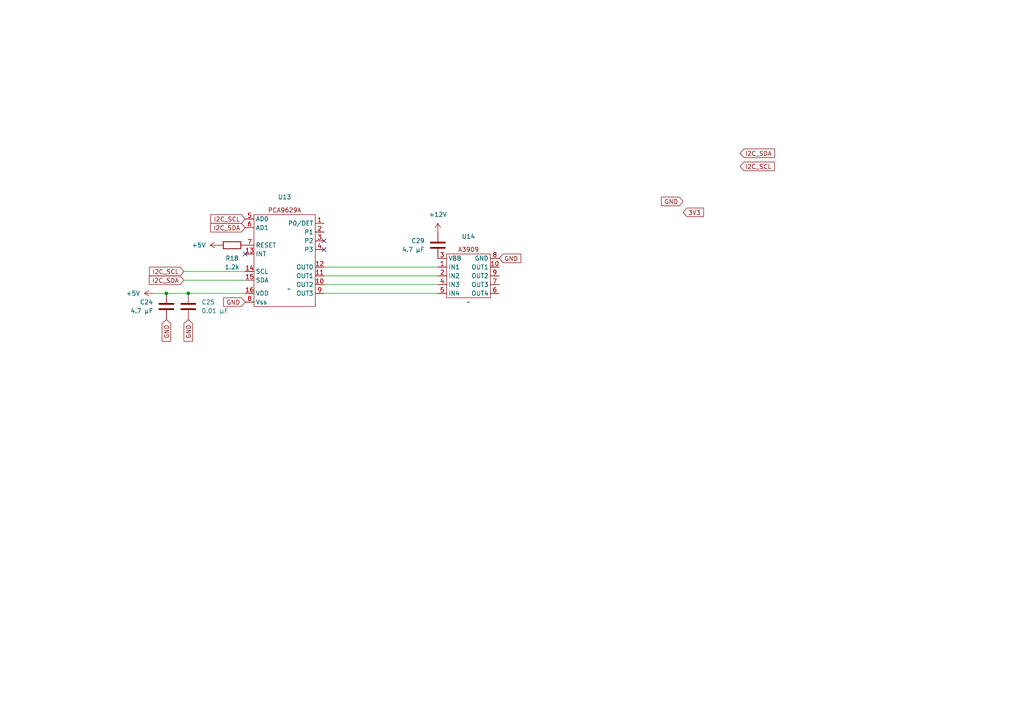
<source format=kicad_sch>
(kicad_sch (version 20230121) (generator eeschema)
  (paper "A4")
  (lib_symbols
    (symbol "Device:C" (pin_numbers hide) (pin_names (offset 0.254))
      (property "Reference" "C" (at 0.635 2.54 0))
      (property "Value" "C" (at 0.635 -2.54 0))
      (symbol "C_0_1"
        (polyline (pts (xy -2.032 -0.762) (xy 2.032 -0.762)) (stroke (width 0.508)))
        (polyline (pts (xy -2.032 0.762) (xy 2.032 0.762)) (stroke (width 0.508)))
      )
      (symbol "C_1_1"
        (pin passive line (at 0 3.81 270) (length 2.794) (name "~") (number "1"))
        (pin passive line (at 0 -3.81 90) (length 2.794) (name "~") (number "2"))
      )
    )
    (symbol "Device:R" (pin_numbers hide) (pin_names (offset 0))
      (property "Reference" "R" (at 2.032 0 90))
      (property "Value" "R" (at 0 0 90))
      (symbol "R_0_1"
        (rectangle (start -1.016 -2.54) (end 1.016 2.54) (stroke (width 0.254)))
      )
      (symbol "R_1_1"
        (pin passive line (at 0 3.81 270) (length 1.27) (name "~") (number "1"))
        (pin passive line (at 0 -3.81 90) (length 1.27) (name "~") (number "2"))
      )
    )
    (symbol "power:+12V" (power) (pin_names (offset 0))
      (property "Value" "+12V" (at 0 3.556 0))
      (symbol "+12V_0_1"
        (polyline (pts (xy -0.762 1.27) (xy 0 2.54)))
        (polyline (pts (xy 0 0) (xy 0 2.54)))
        (polyline (pts (xy 0 2.54) (xy 0.762 1.27)))
      )
      (symbol "+12V_1_1"
        (pin power_in line (at 0 0 90) (length 0) hide (name "+12V") (number "1"))
      )
    )
    (symbol "power:+5V" (power) (pin_names (offset 0))
      (property "Value" "+5V" (at 0 3.556 0))
      (symbol "+5V_0_1"
        (polyline (pts (xy -0.762 1.27) (xy 0 2.54)))
        (polyline (pts (xy 0 0) (xy 0 2.54)))
        (polyline (pts (xy 0 2.54) (xy 0.762 1.27)))
      )
      (symbol "+5V_1_1"
        (pin power_in line (at 0 0 90) (length 0) hide (name "+5V") (number "1"))
      )
    )
    (symbol "sensors:A3909"
      (property "Reference" "U" (at 0 0 0))
      (symbol "A3909_0_1"
        (rectangle (start -6.35 13.97) (end 6.35 1.27))
      )
      (symbol "A3909_1_1"
        (text "A3909" (at 0 15.24 0) (effects (font (size 1.27 1.27))))
        (pin input line (at -8.89 10.16 0) (length 2.54) (name "IN1") (number "1"))
        (pin output line (at 8.89 10.16 180) (length 2.54) (name "OUT1") (number "10"))
        (pin input line (at -8.89 7.62 0) (length 2.54) (name "IN2") (number "2"))
        (pin power_in line (at -8.89 12.7 0) (length 2.54) (name "VBB") (number "3"))
        (pin input line (at -8.89 5.08 0) (length 2.54) (name "IN3") (number "4"))
        (pin input line (at -8.89 2.54 0) (length 2.54) (name "IN4") (number "5"))
        (pin output line (at 8.89 2.54 180) (length 2.54) (name "OUT4") (number "6"))
        (pin output line (at 8.89 5.08 180) (length 2.54) (name "OUT3") (number "7"))
        (pin power_in line (at 8.89 12.7 180) (length 2.54) (name "GND") (number "8"))
        (pin output line (at 8.89 7.62 180) (length 2.54) (name "OUT2") (number "9"))
      )
    )
    (symbol "sensors:PCA9629A"
      (property "Reference" "U" (at 0 -2.54 0))
      (symbol "PCA9629A_0_1"
        (rectangle (start -8.89 26.67) (end 8.89 0))
      )
      (symbol "PCA9629A_1_1"
        (text "PCA9629A" (at 0 27.94 0) (effects (font (size 1.27 1.27))))
        (pin bidirectional line (at 11.43 24.13 180) (length 2.54) (name "P0/DET") (number "1"))
        (pin output line (at 11.43 6.35 180) (length 2.54) (name "OUT2") (number "10"))
        (pin output line (at 11.43 8.89 180) (length 2.54) (name "OUT1") (number "11"))
        (pin output line (at 11.43 11.43 180) (length 2.54) (name "OUT0") (number "12"))
        (pin output line (at -11.43 15.24 0) (length 2.54) (name "INT") (number "13"))
        (pin input line (at -11.43 10.16 0) (length 2.54) (name "SCL") (number "14"))
        (pin bidirectional line (at -11.43 7.62 0) (length 2.54) (name "SDA") (number "15"))
        (pin power_in line (at -11.43 3.81 0) (length 2.54) (name "VDD") (number "16"))
        (pin bidirectional line (at 11.43 21.59 180) (length 2.54) (name "P1") (number "2"))
        (pin bidirectional line (at 11.43 19.05 180) (length 2.54) (name "P2") (number "3"))
        (pin bidirectional line (at 11.43 16.51 180) (length 2.54) (name "P3") (number "4"))
        (pin input line (at -11.43 25.4 0) (length 2.54) (name "AD0") (number "5"))
        (pin input line (at -11.43 22.86 0) (length 2.54) (name "AD1") (number "6"))
        (pin input line (at -11.43 17.78 0) (length 2.54) (name "RESET") (number "7"))
        (pin power_in line (at -11.43 1.27 0) (length 2.54) (name "Vss") (number "8"))
        (pin output line (at 11.43 3.81 180) (length 2.54) (name "OUT3") (number "9"))
      )
    )
  )
  (junction (at 54.61 85.09))
  (junction (at 48.26 85.09))
  (no_connect (at 71.12 73.66))
  (no_connect (at 93.98 72.39))
  (no_connect (at 93.98 69.85))
  (wire (pts (xy 53.34 78.74) (xy 71.12 78.74)))
  (wire (pts (xy 48.26 85.09) (xy 54.61 85.09)))
  (wire (pts (xy 53.34 81.28) (xy 71.12 81.28)))
  (wire (pts (xy 44.45 85.09) (xy 48.26 85.09)))
  (wire (pts (xy 54.61 85.09) (xy 71.12 85.09)))
  (wire (pts (xy 93.98 80.01) (xy 127 80.01)))
  (wire (pts (xy 93.98 85.09) (xy 127 85.09)))
  (wire (pts (xy 93.98 82.55) (xy 127 82.55)))
  (wire (pts (xy 93.98 77.47) (xy 127 77.47)))
  (global_label "GND" (shape input) (at 71.12 87.63 180) (property "Intersheetrefs" "${INTERSHEET_REFS}" (effects hide)))
  (global_label "3V3" (shape input) (at 198.12 61.595 0) (property "Intersheetrefs" "${INTERSHEET_REFS}" (effects hide)))
  (global_label "I2C_SCL" (shape input) (at 214.63 48.26 0) (property "Intersheetrefs" "${INTERSHEET_REFS}" (effects hide)))
  (global_label "I2C_SDA" (shape input) (at 214.63 44.45 0) (property "Intersheetrefs" "${INTERSHEET_REFS}" (effects hide)))
  (global_label "I2C_SDA" (shape input) (at 53.34 81.28 180) (property "Intersheetrefs" "${INTERSHEET_REFS}" (effects hide)))
  (global_label "I2C_SCL" (shape input) (at 71.12 63.5 180) (property "Intersheetrefs" "${INTERSHEET_REFS}" (effects hide)))
  (global_label "I2C_SCL" (shape input) (at 53.34 78.74 180) (property "Intersheetrefs" "${INTERSHEET_REFS}" (effects hide)))
  (global_label "GND" (shape input) (at 144.78 74.93 0) (property "Intersheetrefs" "${INTERSHEET_REFS}" (effects hide)))
  (global_label "GND" (shape input) (at 48.26 92.71 270) (property "Intersheetrefs" "${INTERSHEET_REFS}" (effects hide)))
  (global_label "GND" (shape input) (at 54.61 92.71 270) (property "Intersheetrefs" "${INTERSHEET_REFS}" (effects hide)))
  (global_label "GND" (shape input) (at 198.12 58.42 180) (property "Intersheetrefs" "${INTERSHEET_REFS}" (effects hide)))
  (global_label "I2C_SDA" (shape input) (at 71.12 66.04 180) (property "Intersheetrefs" "${INTERSHEET_REFS}" (effects hide)))
  (symbol (lib_id "Device:C") (at 127 71.12 180) (unit 1)
    (property "Reference" "C29" (at 123.19 69.85 0) (effects (justify left)))
    (property "Value" "4.7 μF" (at 123.19 72.39 0) (effects (justify left)))
  )
  (symbol (lib_id "power:+5V") (at 63.5 71.12 90) (unit 1)
    (property "Reference" "#PWR026" (effects hide))
    (property "Value" "+5V" (at 59.69 71.12 90) (effects (justify left)))
  )
  (symbol (lib_id "power:+12V") (at 127 67.31 0) (unit 1)
    (property "Reference" "#PWR025" (effects hide))
    (property "Value" "+12V" (at 127 62.23 0))
  )
  (symbol (lib_id "Device:R") (at 67.31 71.12 90) (unit 1)
    (property "Reference" "R18" (at 67.31 74.93 90))
    (property "Value" "1.2k" (at 67.31 77.47 90))
  )
  (symbol (lib_id "Device:C") (at 48.26 88.9 0) (unit 1)
    (property "Reference" "C24" (at 44.45 87.63 0) (effects (justify right)))
    (property "Value" "4.7 μF" (at 44.45 90.17 0) (effects (justify right)))
  )
  (symbol (lib_id "power:+5V") (at 44.45 85.09 90) (unit 1)
    (property "Reference" "#PWR024" (effects hide))
    (property "Value" "+5V" (at 40.64 85.09 90) (effects (justify left)))
  )
  (symbol (lib_id "Device:C") (at 54.61 88.9 0) (unit 1)
    (property "Reference" "C25" (at 58.42 87.63 0) (effects (justify left)))
    (property "Value" "0.01 μF" (at 58.42 90.17 0) (effects (justify left)))
  )
  (symbol (lib_id "sensors:PCA9629A") (at 82.55 88.9 0) (unit 1)
    (property "Reference" "U13" (at 82.55 57.15 0))
    (property "Value" "~" (at 83.82 83.82 0))
  )
  (symbol (lib_id "sensors:A3909") (at 135.89 87.63 0) (unit 1)
    (property "Reference" "U14" (at 135.89 68.58 0))
    (property "Value" "~" (at 135.89 87.63 0))
  )
)
</source>
